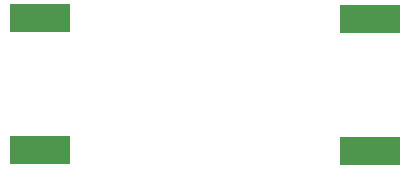
<source format=gbr>
%TF.GenerationSoftware,KiCad,Pcbnew,7.0.7*%
%TF.CreationDate,2023-11-07T19:32:12-06:00*%
%TF.ProjectId,TIAs,54494173-2e6b-4696-9361-645f70636258,rev?*%
%TF.SameCoordinates,Original*%
%TF.FileFunction,Paste,Bot*%
%TF.FilePolarity,Positive*%
%FSLAX46Y46*%
G04 Gerber Fmt 4.6, Leading zero omitted, Abs format (unit mm)*
G04 Created by KiCad (PCBNEW 7.0.7) date 2023-11-07 19:32:12*
%MOMM*%
%LPD*%
G01*
G04 APERTURE LIST*
%ADD10R,5.080000X2.413000*%
G04 APERTURE END LIST*
D10*
%TO.C,Conn3*%
X104749600Y-84988400D03*
X104749600Y-73812400D03*
%TD*%
%TO.C,Conn2*%
X76758800Y-73761600D03*
X76758800Y-84937600D03*
%TD*%
M02*

</source>
